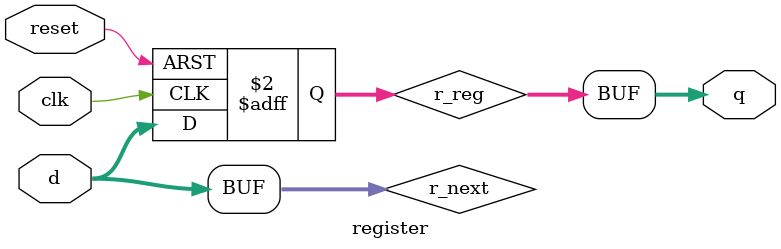
<source format=v>
module register (
    input wire clk,
    input wire reset,
    input wire [3:0] d,
    output wire [3:0] q
);
reg [3:0] r_reg;
wire [3:0] r_next;
always @(posedge clk,posedge reset) begin
    if(reset)r_reg<=4'b1111;
    else r_reg<=r_next;
end

assign r_next=d;
assign q=r_reg;
endmodule


</source>
